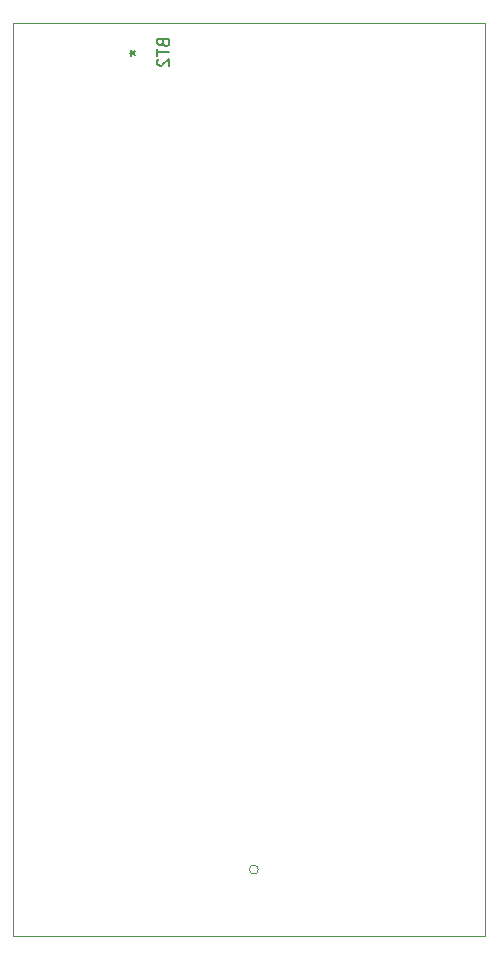
<source format=gbr>
%TF.GenerationSoftware,KiCad,Pcbnew,(6.0.6-0)*%
%TF.CreationDate,2022-08-03T09:40:13-07:00*%
%TF.ProjectId,Smart Floor Register,536d6172-7420-4466-9c6f-6f7220526567,rev?*%
%TF.SameCoordinates,Original*%
%TF.FileFunction,Legend,Bot*%
%TF.FilePolarity,Positive*%
%FSLAX46Y46*%
G04 Gerber Fmt 4.6, Leading zero omitted, Abs format (unit mm)*
G04 Created by KiCad (PCBNEW (6.0.6-0)) date 2022-08-03 09:40:13*
%MOMM*%
%LPD*%
G01*
G04 APERTURE LIST*
%ADD10C,0.150000*%
%ADD11C,0.120000*%
G04 APERTURE END LIST*
D10*
%TO.C,BT2*%
X116514571Y-70588285D02*
X116562190Y-70731142D01*
X116609809Y-70778761D01*
X116705047Y-70826380D01*
X116847904Y-70826380D01*
X116943142Y-70778761D01*
X116990761Y-70731142D01*
X117038380Y-70635904D01*
X117038380Y-70254952D01*
X116038380Y-70254952D01*
X116038380Y-70588285D01*
X116086000Y-70683523D01*
X116133619Y-70731142D01*
X116228857Y-70778761D01*
X116324095Y-70778761D01*
X116419333Y-70731142D01*
X116466952Y-70683523D01*
X116514571Y-70588285D01*
X116514571Y-70254952D01*
X116038380Y-71112095D02*
X116038380Y-71683523D01*
X117038380Y-71397809D02*
X116038380Y-71397809D01*
X116133619Y-71969238D02*
X116086000Y-72016857D01*
X116038380Y-72112095D01*
X116038380Y-72350190D01*
X116086000Y-72445428D01*
X116133619Y-72493047D01*
X116228857Y-72540666D01*
X116324095Y-72540666D01*
X116466952Y-72493047D01*
X117038380Y-71921619D01*
X117038380Y-72540666D01*
X113682080Y-71455438D02*
X113920176Y-71455438D01*
X113824938Y-71217342D02*
X113920176Y-71455438D01*
X113824938Y-71693533D01*
X114110652Y-71312580D02*
X113920176Y-71455438D01*
X114110652Y-71598295D01*
D11*
%TO.C,J4*%
X124587000Y-140589000D02*
G75*
G03*
X124587000Y-140589000I-381000J0D01*
G01*
%TO.C,BT2*%
X143808000Y-68928138D02*
X143808000Y-146245738D01*
X103777600Y-146245738D02*
X103777600Y-68928138D01*
X103777600Y-68928138D02*
X143808000Y-68928138D01*
X143808000Y-146245738D02*
X103777600Y-146245738D01*
%TD*%
M02*

</source>
